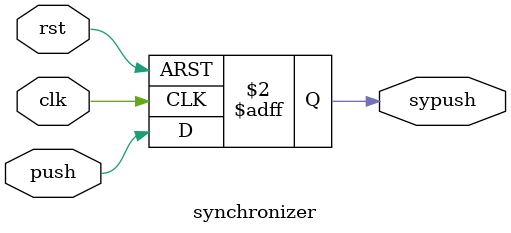
<source format=v>

`timescale 1ns / 1ps

module synchronizer(push, clk, rst, sypush);
	//declaring inputs/outputs
	input push, clk, rst;
	output sypush;
	
	//declaring regs and wires
	reg sypush;
	
	always@(posedge clk or posedge rst) begin
		//reset to 0
		if (rst) sypush = 0;
		//set to push
		else sypush = push;
	end
	
endmodule


</source>
